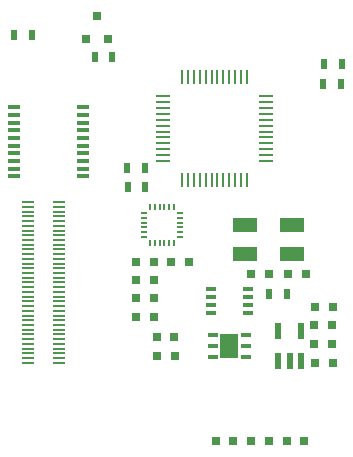
<source format=gbr>
G04 #@! TF.FileFunction,Paste,Top*
%FSLAX46Y46*%
G04 Gerber Fmt 4.6, Leading zero omitted, Abs format (unit mm)*
G04 Created by KiCad (PCBNEW 4.0.0-rc2-stable) date 7/27/2016 7:09:46 AM*
%MOMM*%
G01*
G04 APERTURE LIST*
%ADD10C,0.100000*%
%ADD11R,0.794000X0.744000*%
%ADD12R,0.791560X0.791560*%
%ADD13R,0.794100X0.794100*%
%ADD14R,0.494000X0.894000*%
%ADD15R,1.131920X0.192120*%
%ADD16R,0.806800X0.400400*%
%ADD17R,1.492600X2.000600*%
%ADD18R,0.552800X1.314800*%
%ADD19R,0.594000X0.224000*%
%ADD20R,0.224000X0.594000*%
%ADD21R,0.984600X0.298800*%
%ADD22R,0.806800X0.349600*%
%ADD23R,0.244000X1.294000*%
%ADD24R,1.294000X0.244000*%
%ADD25R,1.994000X1.294000*%
G04 APERTURE END LIST*
D10*
D11*
X156355600Y-115084540D03*
X157855600Y-115084540D03*
X142982500Y-114502880D03*
X144482500Y-114502880D03*
X142969800Y-112884900D03*
X144469800Y-112884900D03*
X144216940Y-106557760D03*
X145716940Y-106557760D03*
X141214660Y-106557760D03*
X142714660Y-106557760D03*
X142699420Y-108104620D03*
X141199420Y-108104620D03*
X141222280Y-111228820D03*
X142722280Y-111228820D03*
X141222280Y-109628620D03*
X142722280Y-109628620D03*
X156355600Y-110375380D03*
X157855600Y-110375380D03*
X156325120Y-113514820D03*
X157825120Y-113514820D03*
X156325120Y-111929860D03*
X157825120Y-111929860D03*
X152483500Y-107586460D03*
X150983500Y-107586460D03*
X154079760Y-107599160D03*
X155579760Y-107599160D03*
D12*
X150976580Y-121759660D03*
X152475180Y-121759660D03*
X149457660Y-121759660D03*
X147959060Y-121759660D03*
X155477460Y-121759660D03*
X153978860Y-121759660D03*
D13*
X136940500Y-87698260D03*
X138840500Y-87698260D03*
X137890500Y-85699280D03*
D14*
X132371780Y-87375680D03*
X130871780Y-87375680D03*
X137701840Y-89222260D03*
X139201840Y-89222260D03*
X140495840Y-100245860D03*
X141995840Y-100245860D03*
X140480600Y-98579620D03*
X141980600Y-98579620D03*
X152502420Y-109245080D03*
X154002420Y-109245080D03*
X158587120Y-91462540D03*
X157087120Y-91462540D03*
X157132840Y-89816620D03*
X158632840Y-89816620D03*
D15*
X132058660Y-115102320D03*
X134697720Y-115102320D03*
X132058660Y-114701000D03*
X134697720Y-114701000D03*
X132058660Y-114302220D03*
X134697720Y-114302220D03*
X132058660Y-113900900D03*
X134697720Y-113900900D03*
X132058660Y-113502120D03*
X134697720Y-113502120D03*
X132058660Y-113100800D03*
X134697720Y-113100800D03*
X132058660Y-112702020D03*
X134697720Y-112702020D03*
X132058660Y-112300700D03*
X134697720Y-112300700D03*
X132058660Y-111901920D03*
X134697720Y-111901920D03*
X132058660Y-111500600D03*
X134697720Y-111500600D03*
X132058660Y-111101820D03*
X134697720Y-111101820D03*
X132058660Y-110700500D03*
X134697720Y-110700500D03*
X132058660Y-110301720D03*
X134697720Y-110301720D03*
X132058660Y-109900400D03*
X134697720Y-109900400D03*
X132058660Y-109501620D03*
X134697720Y-109501620D03*
X132058660Y-109100300D03*
X134697720Y-109100300D03*
X132058660Y-108701520D03*
X134697720Y-108701520D03*
X132058660Y-108300200D03*
X134697720Y-108300200D03*
X132058660Y-107901420D03*
X134697720Y-107901420D03*
X132058660Y-107500100D03*
X134697720Y-107500100D03*
X132058660Y-107101320D03*
X134697720Y-107101320D03*
X132058660Y-106700000D03*
X134697720Y-106700000D03*
X132058660Y-106301220D03*
X134697720Y-106301220D03*
X132058660Y-105902440D03*
X134697720Y-105902440D03*
X132058660Y-105501120D03*
X134697720Y-105501120D03*
X132058660Y-105102340D03*
X134697720Y-105102340D03*
X132058660Y-104701020D03*
X134697720Y-104701020D03*
X132058660Y-104302240D03*
X134697720Y-104302240D03*
X132058660Y-103900920D03*
X134697720Y-103900920D03*
X132058660Y-103502140D03*
X134697720Y-103502140D03*
X132058660Y-103100820D03*
X134697720Y-103100820D03*
X132058660Y-102702040D03*
X134697720Y-102702040D03*
X132058660Y-102300720D03*
X134697720Y-102300720D03*
X132058660Y-101901940D03*
X134697720Y-101901940D03*
X132058660Y-101500620D03*
X134697720Y-101500620D03*
D16*
X147733000Y-112745200D03*
X147733000Y-113685000D03*
X147733000Y-114624800D03*
X150527000Y-114624800D03*
X150527000Y-113685000D03*
X150527000Y-112745200D03*
D17*
X149104600Y-113710400D03*
D18*
X153270200Y-114955000D03*
X154210000Y-114955000D03*
X155149800Y-114955000D03*
X155149800Y-112415000D03*
X153270200Y-112415000D03*
D19*
X141904840Y-102425940D03*
X141904840Y-102825940D03*
X141904840Y-103225940D03*
X141904840Y-103625940D03*
X141904840Y-104025940D03*
X141904840Y-104425940D03*
D20*
X142404840Y-104925940D03*
X142804840Y-104925940D03*
X143204840Y-104925940D03*
X143604840Y-104925940D03*
X144004840Y-104925940D03*
X144404840Y-104925940D03*
D19*
X144904840Y-104425940D03*
X144904840Y-104025940D03*
X144904840Y-103625940D03*
X144904840Y-103225940D03*
X144904840Y-102825940D03*
X144904840Y-102425940D03*
D20*
X144404840Y-101925940D03*
X144004840Y-101925940D03*
X143604840Y-101925940D03*
X143204840Y-101925940D03*
X142804840Y-101925940D03*
X142404840Y-101925940D03*
D21*
X136739220Y-99310060D03*
X136739220Y-98660060D03*
X136739220Y-98010060D03*
X136739220Y-97360060D03*
X136739220Y-96710060D03*
X136739220Y-96060060D03*
X136739220Y-95410060D03*
X136739220Y-94760060D03*
X130903620Y-94760060D03*
X130903620Y-95410060D03*
X130903620Y-96060060D03*
X130903620Y-96710060D03*
X130903620Y-97360060D03*
X130903620Y-98010060D03*
X130903620Y-98660060D03*
X130903620Y-99310060D03*
X136739220Y-94110060D03*
X136739220Y-93460060D03*
X130903620Y-94110060D03*
X130903620Y-93460060D03*
D22*
X147580600Y-108884400D03*
X147580600Y-109544800D03*
X147580600Y-110205200D03*
X147580600Y-110865600D03*
X150679400Y-110865600D03*
X150679400Y-110205200D03*
X150679400Y-109544800D03*
X150679400Y-108884400D03*
D23*
X145110000Y-99620000D03*
X145610000Y-99620000D03*
X146110000Y-99620000D03*
X146610000Y-99620000D03*
X147110000Y-99620000D03*
X147610000Y-99620000D03*
X148110000Y-99620000D03*
X148610000Y-99620000D03*
X149110000Y-99620000D03*
X149610000Y-99620000D03*
X150110000Y-99620000D03*
X150610000Y-99620000D03*
D24*
X152210000Y-98020000D03*
X152210000Y-97520000D03*
X152210000Y-97020000D03*
X152210000Y-96520000D03*
X152210000Y-96020000D03*
X152210000Y-95520000D03*
X152210000Y-95020000D03*
X152210000Y-94520000D03*
X152210000Y-94020000D03*
X152210000Y-93520000D03*
X152210000Y-93020000D03*
X152210000Y-92520000D03*
D23*
X150610000Y-90920000D03*
X150110000Y-90920000D03*
X149610000Y-90920000D03*
X149110000Y-90920000D03*
X148610000Y-90920000D03*
X148110000Y-90920000D03*
X147610000Y-90920000D03*
X147110000Y-90920000D03*
X146610000Y-90920000D03*
X146110000Y-90920000D03*
X145610000Y-90920000D03*
X145110000Y-90920000D03*
D24*
X143510000Y-92520000D03*
X143510000Y-93020000D03*
X143510000Y-93520000D03*
X143510000Y-94020000D03*
X143510000Y-94520000D03*
X143510000Y-95020000D03*
X143510000Y-95520000D03*
X143510000Y-96020000D03*
X143510000Y-96520000D03*
X143510000Y-97020000D03*
X143510000Y-97520000D03*
X143510000Y-98020000D03*
D25*
X154432000Y-103468000D03*
X150432000Y-103468000D03*
X150432000Y-105868000D03*
X154432000Y-105868000D03*
M02*

</source>
